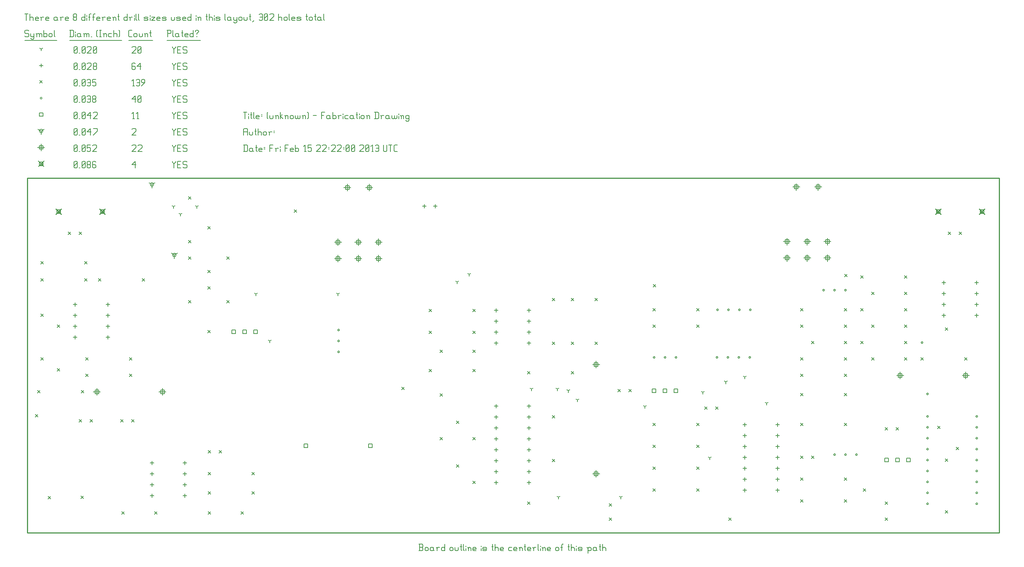
<source format=gbr>
G04 start of page 10 for group -3984 idx -3984 *
G04 Title: (unknown), fab *
G04 Creator: pcb 20110918 *
G04 CreationDate: Fri Feb 15 22:22:00 2013 UTC *
G04 For: fosse *
G04 Format: Gerber/RS-274X *
G04 PCB-Dimensions: 893500 333500 *
G04 PCB-Coordinate-Origin: lower left *
%MOIN*%
%FSLAX25Y25*%
%LNFAB*%
%ADD102C,0.0100*%
%ADD101C,0.0060*%
%ADD100R,0.0080X0.0080*%
%ADD99C,0.0001*%
G54D99*G36*
X833100Y303966D02*X838466Y298600D01*
X837900Y298034D01*
X832534Y303400D01*
X833100Y303966D01*
G37*
G36*
X832534Y298600D02*X837900Y303966D01*
X838466Y303400D01*
X833100Y298034D01*
X832534Y298600D01*
G37*
G54D100*X833900Y302600D02*X837100D01*
X833900D02*Y299400D01*
X837100D01*
Y302600D02*Y299400D01*
G54D99*G36*
X873100Y303966D02*X878466Y298600D01*
X877900Y298034D01*
X872534Y303400D01*
X873100Y303966D01*
G37*
G36*
X872534Y298600D02*X877900Y303966D01*
X878466Y303400D01*
X873100Y298034D01*
X872534Y298600D01*
G37*
G54D100*X873900Y302600D02*X877100D01*
X873900D02*Y299400D01*
X877100D01*
Y302600D02*Y299400D01*
G54D99*G36*
X28600Y303966D02*X33966Y298600D01*
X33400Y298034D01*
X28034Y303400D01*
X28600Y303966D01*
G37*
G36*
X28034Y298600D02*X33400Y303966D01*
X33966Y303400D01*
X28600Y298034D01*
X28034Y298600D01*
G37*
G54D100*X29400Y302600D02*X32600D01*
X29400D02*Y299400D01*
X32600D01*
Y302600D02*Y299400D01*
G54D99*G36*
X68600Y303966D02*X73966Y298600D01*
X73400Y298034D01*
X68034Y303400D01*
X68600Y303966D01*
G37*
G36*
X68034Y298600D02*X73400Y303966D01*
X73966Y303400D01*
X68600Y298034D01*
X68034Y298600D01*
G37*
G54D100*X69400Y302600D02*X72600D01*
X69400D02*Y299400D01*
X72600D01*
Y302600D02*Y299400D01*
G54D99*G36*
X12600Y347716D02*X17966Y342350D01*
X17400Y341784D01*
X12034Y347150D01*
X12600Y347716D01*
G37*
G36*
X12034Y342350D02*X17400Y347716D01*
X17966Y347150D01*
X12600Y341784D01*
X12034Y342350D01*
G37*
G54D100*X13400Y346350D02*X16600D01*
X13400D02*Y343150D01*
X16600D01*
Y346350D02*Y343150D01*
G54D101*X135000Y347000D02*Y346250D01*
X136500Y344750D01*
X138000Y346250D01*
Y347000D02*Y346250D01*
X136500Y344750D02*Y341000D01*
X139800Y344000D02*X142050D01*
X139800Y341000D02*X142800D01*
X139800Y347000D02*Y341000D01*
Y347000D02*X142800D01*
X147600D02*X148350Y346250D01*
X145350Y347000D02*X147600D01*
X144600Y346250D02*X145350Y347000D01*
X144600Y346250D02*Y344750D01*
X145350Y344000D01*
X147600D01*
X148350Y343250D01*
Y341750D01*
X147600Y341000D02*X148350Y341750D01*
X145350Y341000D02*X147600D01*
X144600Y341750D02*X145350Y341000D01*
X98000Y344000D02*X101000Y347000D01*
X98000Y344000D02*X101750D01*
X101000Y347000D02*Y341000D01*
X45000Y341750D02*X45750Y341000D01*
X45000Y346250D02*Y341750D01*
Y346250D02*X45750Y347000D01*
X47250D01*
X48000Y346250D01*
Y341750D01*
X47250Y341000D02*X48000Y341750D01*
X45750Y341000D02*X47250D01*
X45000Y342500D02*X48000Y345500D01*
X49800Y341000D02*X50550D01*
X52350Y341750D02*X53100Y341000D01*
X52350Y346250D02*Y341750D01*
Y346250D02*X53100Y347000D01*
X54600D01*
X55350Y346250D01*
Y341750D01*
X54600Y341000D02*X55350Y341750D01*
X53100Y341000D02*X54600D01*
X52350Y342500D02*X55350Y345500D01*
X57150Y341750D02*X57900Y341000D01*
X57150Y343250D02*Y341750D01*
Y343250D02*X57900Y344000D01*
X59400D01*
X60150Y343250D01*
Y341750D01*
X59400Y341000D02*X60150Y341750D01*
X57900Y341000D02*X59400D01*
X57150Y344750D02*X57900Y344000D01*
X57150Y346250D02*Y344750D01*
Y346250D02*X57900Y347000D01*
X59400D01*
X60150Y346250D01*
Y344750D01*
X59400Y344000D02*X60150Y344750D01*
X64200Y347000D02*X64950Y346250D01*
X62700Y347000D02*X64200D01*
X61950Y346250D02*X62700Y347000D01*
X61950Y346250D02*Y341750D01*
X62700Y341000D01*
X64200Y344000D02*X64950Y343250D01*
X61950Y344000D02*X64200D01*
X62700Y341000D02*X64200D01*
X64950Y341750D01*
Y343250D02*Y341750D01*
X705500Y326700D02*Y320300D01*
X702300Y323500D02*X708700D01*
X703900Y325100D02*X707100D01*
X703900D02*Y321900D01*
X707100D01*
Y325100D02*Y321900D01*
X725500Y326700D02*Y320300D01*
X722300Y323500D02*X728700D01*
X723900Y325100D02*X727100D01*
X723900D02*Y321900D01*
X727100D01*
Y325100D02*Y321900D01*
X715500Y276700D02*Y270300D01*
X712300Y273500D02*X718700D01*
X713900Y275100D02*X717100D01*
X713900D02*Y271900D01*
X717100D01*
Y275100D02*Y271900D01*
X697000Y276700D02*Y270300D01*
X693800Y273500D02*X700200D01*
X695400Y275100D02*X698600D01*
X695400D02*Y271900D01*
X698600D01*
Y275100D02*Y271900D01*
X734000Y276700D02*Y270300D01*
X730800Y273500D02*X737200D01*
X732400Y275100D02*X735600D01*
X732400D02*Y271900D01*
X735600D01*
Y275100D02*Y271900D01*
X697000Y261700D02*Y255300D01*
X693800Y258500D02*X700200D01*
X695400Y260100D02*X698600D01*
X695400D02*Y256900D01*
X698600D01*
Y260100D02*Y256900D01*
X715500Y261700D02*Y255300D01*
X712300Y258500D02*X718700D01*
X713900Y260100D02*X717100D01*
X713900D02*Y256900D01*
X717100D01*
Y260100D02*Y256900D01*
X734000Y261700D02*Y255300D01*
X730800Y258500D02*X737200D01*
X732400Y260100D02*X735600D01*
X732400D02*Y256900D01*
X735600D01*
Y260100D02*Y256900D01*
X522500Y164200D02*Y157800D01*
X519300Y161000D02*X525700D01*
X520900Y162600D02*X524100D01*
X520900D02*Y159400D01*
X524100D01*
Y162600D02*Y159400D01*
X522500Y64200D02*Y57800D01*
X519300Y61000D02*X525700D01*
X520900Y62600D02*X524100D01*
X520900D02*Y59400D01*
X524100D01*
Y62600D02*Y59400D01*
X295000Y326200D02*Y319800D01*
X291800Y323000D02*X298200D01*
X293400Y324600D02*X296600D01*
X293400D02*Y321400D01*
X296600D01*
Y324600D02*Y321400D01*
X315000Y326200D02*Y319800D01*
X311800Y323000D02*X318200D01*
X313400Y324600D02*X316600D01*
X313400D02*Y321400D01*
X316600D01*
Y324600D02*Y321400D01*
X305000Y276200D02*Y269800D01*
X301800Y273000D02*X308200D01*
X303400Y274600D02*X306600D01*
X303400D02*Y271400D01*
X306600D01*
Y274600D02*Y271400D01*
X286500Y276200D02*Y269800D01*
X283300Y273000D02*X289700D01*
X284900Y274600D02*X288100D01*
X284900D02*Y271400D01*
X288100D01*
Y274600D02*Y271400D01*
X323500Y276200D02*Y269800D01*
X320300Y273000D02*X326700D01*
X321900Y274600D02*X325100D01*
X321900D02*Y271400D01*
X325100D01*
Y274600D02*Y271400D01*
X286500Y261200D02*Y254800D01*
X283300Y258000D02*X289700D01*
X284900Y259600D02*X288100D01*
X284900D02*Y256400D01*
X288100D01*
Y259600D02*Y256400D01*
X305000Y261200D02*Y254800D01*
X301800Y258000D02*X308200D01*
X303400Y259600D02*X306600D01*
X303400D02*Y256400D01*
X306600D01*
Y259600D02*Y256400D01*
X323500Y261200D02*Y254800D01*
X320300Y258000D02*X326700D01*
X321900Y259600D02*X325100D01*
X321900D02*Y256400D01*
X325100D01*
Y259600D02*Y256400D01*
X800500Y154200D02*Y147800D01*
X797300Y151000D02*X803700D01*
X798900Y152600D02*X802100D01*
X798900D02*Y149400D01*
X802100D01*
Y152600D02*Y149400D01*
X860500Y154200D02*Y147800D01*
X857300Y151000D02*X863700D01*
X858900Y152600D02*X862100D01*
X858900D02*Y149400D01*
X862100D01*
Y152600D02*Y149400D01*
X66000Y139200D02*Y132800D01*
X62800Y136000D02*X69200D01*
X64400Y137600D02*X67600D01*
X64400D02*Y134400D01*
X67600D01*
Y137600D02*Y134400D01*
X126000Y139200D02*Y132800D01*
X122800Y136000D02*X129200D01*
X124400Y137600D02*X127600D01*
X124400D02*Y134400D01*
X127600D01*
Y137600D02*Y134400D01*
X15000Y362950D02*Y356550D01*
X11800Y359750D02*X18200D01*
X13400Y361350D02*X16600D01*
X13400D02*Y358150D01*
X16600D01*
Y361350D02*Y358150D01*
X135000Y362000D02*Y361250D01*
X136500Y359750D01*
X138000Y361250D01*
Y362000D02*Y361250D01*
X136500Y359750D02*Y356000D01*
X139800Y359000D02*X142050D01*
X139800Y356000D02*X142800D01*
X139800Y362000D02*Y356000D01*
Y362000D02*X142800D01*
X147600D02*X148350Y361250D01*
X145350Y362000D02*X147600D01*
X144600Y361250D02*X145350Y362000D01*
X144600Y361250D02*Y359750D01*
X145350Y359000D01*
X147600D01*
X148350Y358250D01*
Y356750D01*
X147600Y356000D02*X148350Y356750D01*
X145350Y356000D02*X147600D01*
X144600Y356750D02*X145350Y356000D01*
X98000Y361250D02*X98750Y362000D01*
X101000D01*
X101750Y361250D01*
Y359750D01*
X98000Y356000D02*X101750Y359750D01*
X98000Y356000D02*X101750D01*
X103550Y361250D02*X104300Y362000D01*
X106550D01*
X107300Y361250D01*
Y359750D01*
X103550Y356000D02*X107300Y359750D01*
X103550Y356000D02*X107300D01*
X45000Y356750D02*X45750Y356000D01*
X45000Y361250D02*Y356750D01*
Y361250D02*X45750Y362000D01*
X47250D01*
X48000Y361250D01*
Y356750D01*
X47250Y356000D02*X48000Y356750D01*
X45750Y356000D02*X47250D01*
X45000Y357500D02*X48000Y360500D01*
X49800Y356000D02*X50550D01*
X52350Y356750D02*X53100Y356000D01*
X52350Y361250D02*Y356750D01*
Y361250D02*X53100Y362000D01*
X54600D01*
X55350Y361250D01*
Y356750D01*
X54600Y356000D02*X55350Y356750D01*
X53100Y356000D02*X54600D01*
X52350Y357500D02*X55350Y360500D01*
X57150Y362000D02*X60150D01*
X57150D02*Y359000D01*
X57900Y359750D01*
X59400D01*
X60150Y359000D01*
Y356750D01*
X59400Y356000D02*X60150Y356750D01*
X57900Y356000D02*X59400D01*
X57150Y356750D02*X57900Y356000D01*
X61950Y361250D02*X62700Y362000D01*
X64950D01*
X65700Y361250D01*
Y359750D01*
X61950Y356000D02*X65700Y359750D01*
X61950Y356000D02*X65700D01*
X116351Y325795D02*Y322595D01*
Y325795D02*X119124Y327395D01*
X116351Y325795D02*X113578Y327395D01*
X114751Y325795D02*G75*G03X117951Y325795I1600J0D01*G01*
G75*G03X114751Y325795I-1600J0D01*G01*
X136823Y261228D02*Y258028D01*
Y261228D02*X139596Y262828D01*
X136823Y261228D02*X134050Y262828D01*
X135223Y261228D02*G75*G03X138423Y261228I1600J0D01*G01*
G75*G03X135223Y261228I-1600J0D01*G01*
X15000Y374750D02*Y371550D01*
Y374750D02*X17773Y376350D01*
X15000Y374750D02*X12227Y376350D01*
X13400Y374750D02*G75*G03X16600Y374750I1600J0D01*G01*
G75*G03X13400Y374750I-1600J0D01*G01*
X135000Y377000D02*Y376250D01*
X136500Y374750D01*
X138000Y376250D01*
Y377000D02*Y376250D01*
X136500Y374750D02*Y371000D01*
X139800Y374000D02*X142050D01*
X139800Y371000D02*X142800D01*
X139800Y377000D02*Y371000D01*
Y377000D02*X142800D01*
X147600D02*X148350Y376250D01*
X145350Y377000D02*X147600D01*
X144600Y376250D02*X145350Y377000D01*
X144600Y376250D02*Y374750D01*
X145350Y374000D01*
X147600D01*
X148350Y373250D01*
Y371750D01*
X147600Y371000D02*X148350Y371750D01*
X145350Y371000D02*X147600D01*
X144600Y371750D02*X145350Y371000D01*
X98000Y376250D02*X98750Y377000D01*
X101000D01*
X101750Y376250D01*
Y374750D01*
X98000Y371000D02*X101750Y374750D01*
X98000Y371000D02*X101750D01*
X45000Y371750D02*X45750Y371000D01*
X45000Y376250D02*Y371750D01*
Y376250D02*X45750Y377000D01*
X47250D01*
X48000Y376250D01*
Y371750D01*
X47250Y371000D02*X48000Y371750D01*
X45750Y371000D02*X47250D01*
X45000Y372500D02*X48000Y375500D01*
X49800Y371000D02*X50550D01*
X52350Y371750D02*X53100Y371000D01*
X52350Y376250D02*Y371750D01*
Y376250D02*X53100Y377000D01*
X54600D01*
X55350Y376250D01*
Y371750D01*
X54600Y371000D02*X55350Y371750D01*
X53100Y371000D02*X54600D01*
X52350Y372500D02*X55350Y375500D01*
X57150Y374000D02*X60150Y377000D01*
X57150Y374000D02*X60900D01*
X60150Y377000D02*Y371000D01*
X62700D02*X66450Y374750D01*
Y377000D02*Y374750D01*
X62700Y377000D02*X66450D01*
X255373Y88100D02*X258573D01*
X255373D02*Y84900D01*
X258573D01*
Y88100D02*Y84900D01*
X314428Y88100D02*X317628D01*
X314428D02*Y84900D01*
X317628D01*
Y88100D02*Y84900D01*
X209400Y192600D02*X212600D01*
X209400D02*Y189400D01*
X212600D01*
Y192600D02*Y189400D01*
X199400Y192600D02*X202600D01*
X199400D02*Y189400D01*
X202600D01*
Y192600D02*Y189400D01*
X189400Y192600D02*X192600D01*
X189400D02*Y189400D01*
X192600D01*
Y192600D02*Y189400D01*
X593900Y138600D02*X597100D01*
X593900D02*Y135400D01*
X597100D01*
Y138600D02*Y135400D01*
X583900Y138600D02*X587100D01*
X583900D02*Y135400D01*
X587100D01*
Y138600D02*Y135400D01*
X573900Y138600D02*X577100D01*
X573900D02*Y135400D01*
X577100D01*
Y138600D02*Y135400D01*
X806400Y75100D02*X809600D01*
X806400D02*Y71900D01*
X809600D01*
Y75100D02*Y71900D01*
X796400Y75100D02*X799600D01*
X796400D02*Y71900D01*
X799600D01*
Y75100D02*Y71900D01*
X786400Y75100D02*X789600D01*
X786400D02*Y71900D01*
X789600D01*
Y75100D02*Y71900D01*
X13400Y391350D02*X16600D01*
X13400D02*Y388150D01*
X16600D01*
Y391350D02*Y388150D01*
X135000Y392000D02*Y391250D01*
X136500Y389750D01*
X138000Y391250D01*
Y392000D02*Y391250D01*
X136500Y389750D02*Y386000D01*
X139800Y389000D02*X142050D01*
X139800Y386000D02*X142800D01*
X139800Y392000D02*Y386000D01*
Y392000D02*X142800D01*
X147600D02*X148350Y391250D01*
X145350Y392000D02*X147600D01*
X144600Y391250D02*X145350Y392000D01*
X144600Y391250D02*Y389750D01*
X145350Y389000D01*
X147600D01*
X148350Y388250D01*
Y386750D01*
X147600Y386000D02*X148350Y386750D01*
X145350Y386000D02*X147600D01*
X144600Y386750D02*X145350Y386000D01*
X98750D02*X100250D01*
X99500Y392000D02*Y386000D01*
X98000Y390500D02*X99500Y392000D01*
X102800Y386000D02*X104300D01*
X103550Y392000D02*Y386000D01*
X102050Y390500D02*X103550Y392000D01*
X45000Y386750D02*X45750Y386000D01*
X45000Y391250D02*Y386750D01*
Y391250D02*X45750Y392000D01*
X47250D01*
X48000Y391250D01*
Y386750D01*
X47250Y386000D02*X48000Y386750D01*
X45750Y386000D02*X47250D01*
X45000Y387500D02*X48000Y390500D01*
X49800Y386000D02*X50550D01*
X52350Y386750D02*X53100Y386000D01*
X52350Y391250D02*Y386750D01*
Y391250D02*X53100Y392000D01*
X54600D01*
X55350Y391250D01*
Y386750D01*
X54600Y386000D02*X55350Y386750D01*
X53100Y386000D02*X54600D01*
X52350Y387500D02*X55350Y390500D01*
X57150Y389000D02*X60150Y392000D01*
X57150Y389000D02*X60900D01*
X60150Y392000D02*Y386000D01*
X62700Y391250D02*X63450Y392000D01*
X65700D01*
X66450Y391250D01*
Y389750D01*
X62700Y386000D02*X66450Y389750D01*
X62700Y386000D02*X66450D01*
X729700Y229000D02*G75*G03X731300Y229000I800J0D01*G01*
G75*G03X729700Y229000I-800J0D01*G01*
X739700D02*G75*G03X741300Y229000I800J0D01*G01*
G75*G03X739700Y229000I-800J0D01*G01*
X749700D02*G75*G03X751300Y229000I800J0D01*G01*
G75*G03X749700Y229000I-800J0D01*G01*
X632200Y167500D02*G75*G03X633800Y167500I800J0D01*G01*
G75*G03X632200Y167500I-800J0D01*G01*
X642200D02*G75*G03X643800Y167500I800J0D01*G01*
G75*G03X642200Y167500I-800J0D01*G01*
X652200D02*G75*G03X653800Y167500I800J0D01*G01*
G75*G03X652200Y167500I-800J0D01*G01*
X662200D02*G75*G03X663800Y167500I800J0D01*G01*
G75*G03X662200Y167500I-800J0D01*G01*
X824700Y134000D02*G75*G03X826300Y134000I800J0D01*G01*
G75*G03X824700Y134000I-800J0D01*G01*
X819700Y181000D02*G75*G03X821300Y181000I800J0D01*G01*
G75*G03X819700Y181000I-800J0D01*G01*
X869700Y113500D02*G75*G03X871300Y113500I800J0D01*G01*
G75*G03X869700Y113500I-800J0D01*G01*
Y103500D02*G75*G03X871300Y103500I800J0D01*G01*
G75*G03X869700Y103500I-800J0D01*G01*
Y93500D02*G75*G03X871300Y93500I800J0D01*G01*
G75*G03X869700Y93500I-800J0D01*G01*
Y83500D02*G75*G03X871300Y83500I800J0D01*G01*
G75*G03X869700Y83500I-800J0D01*G01*
Y73500D02*G75*G03X871300Y73500I800J0D01*G01*
G75*G03X869700Y73500I-800J0D01*G01*
Y63500D02*G75*G03X871300Y63500I800J0D01*G01*
G75*G03X869700Y63500I-800J0D01*G01*
Y53500D02*G75*G03X871300Y53500I800J0D01*G01*
G75*G03X869700Y53500I-800J0D01*G01*
Y43500D02*G75*G03X871300Y43500I800J0D01*G01*
G75*G03X869700Y43500I-800J0D01*G01*
Y33500D02*G75*G03X871300Y33500I800J0D01*G01*
G75*G03X869700Y33500I-800J0D01*G01*
X574700Y167500D02*G75*G03X576300Y167500I800J0D01*G01*
G75*G03X574700Y167500I-800J0D01*G01*
X584700D02*G75*G03X586300Y167500I800J0D01*G01*
G75*G03X584700Y167500I-800J0D01*G01*
X594700D02*G75*G03X596300Y167500I800J0D01*G01*
G75*G03X594700Y167500I-800J0D01*G01*
X739700Y78500D02*G75*G03X741300Y78500I800J0D01*G01*
G75*G03X739700Y78500I-800J0D01*G01*
X749700D02*G75*G03X751300Y78500I800J0D01*G01*
G75*G03X749700Y78500I-800J0D01*G01*
X759700D02*G75*G03X761300Y78500I800J0D01*G01*
G75*G03X759700Y78500I-800J0D01*G01*
X824700Y113500D02*G75*G03X826300Y113500I800J0D01*G01*
G75*G03X824700Y113500I-800J0D01*G01*
Y103500D02*G75*G03X826300Y103500I800J0D01*G01*
G75*G03X824700Y103500I-800J0D01*G01*
Y93500D02*G75*G03X826300Y93500I800J0D01*G01*
G75*G03X824700Y93500I-800J0D01*G01*
Y83500D02*G75*G03X826300Y83500I800J0D01*G01*
G75*G03X824700Y83500I-800J0D01*G01*
Y73500D02*G75*G03X826300Y73500I800J0D01*G01*
G75*G03X824700Y73500I-800J0D01*G01*
Y63500D02*G75*G03X826300Y63500I800J0D01*G01*
G75*G03X824700Y63500I-800J0D01*G01*
Y53500D02*G75*G03X826300Y53500I800J0D01*G01*
G75*G03X824700Y53500I-800J0D01*G01*
Y43500D02*G75*G03X826300Y43500I800J0D01*G01*
G75*G03X824700Y43500I-800J0D01*G01*
Y33500D02*G75*G03X826300Y33500I800J0D01*G01*
G75*G03X824700Y33500I-800J0D01*G01*
X286200Y192500D02*G75*G03X287800Y192500I800J0D01*G01*
G75*G03X286200Y192500I-800J0D01*G01*
Y182500D02*G75*G03X287800Y182500I800J0D01*G01*
G75*G03X286200Y182500I-800J0D01*G01*
Y172500D02*G75*G03X287800Y172500I800J0D01*G01*
G75*G03X286200Y172500I-800J0D01*G01*
X632700Y211000D02*G75*G03X634300Y211000I800J0D01*G01*
G75*G03X632700Y211000I-800J0D01*G01*
X642700D02*G75*G03X644300Y211000I800J0D01*G01*
G75*G03X642700Y211000I-800J0D01*G01*
X652700D02*G75*G03X654300Y211000I800J0D01*G01*
G75*G03X652700Y211000I-800J0D01*G01*
X662700D02*G75*G03X664300Y211000I800J0D01*G01*
G75*G03X662700Y211000I-800J0D01*G01*
X14200Y404750D02*G75*G03X15800Y404750I800J0D01*G01*
G75*G03X14200Y404750I-800J0D01*G01*
X135000Y407000D02*Y406250D01*
X136500Y404750D01*
X138000Y406250D01*
Y407000D02*Y406250D01*
X136500Y404750D02*Y401000D01*
X139800Y404000D02*X142050D01*
X139800Y401000D02*X142800D01*
X139800Y407000D02*Y401000D01*
Y407000D02*X142800D01*
X147600D02*X148350Y406250D01*
X145350Y407000D02*X147600D01*
X144600Y406250D02*X145350Y407000D01*
X144600Y406250D02*Y404750D01*
X145350Y404000D01*
X147600D01*
X148350Y403250D01*
Y401750D01*
X147600Y401000D02*X148350Y401750D01*
X145350Y401000D02*X147600D01*
X144600Y401750D02*X145350Y401000D01*
X98000Y404000D02*X101000Y407000D01*
X98000Y404000D02*X101750D01*
X101000Y407000D02*Y401000D01*
X103550Y401750D02*X104300Y401000D01*
X103550Y406250D02*Y401750D01*
Y406250D02*X104300Y407000D01*
X105800D01*
X106550Y406250D01*
Y401750D01*
X105800Y401000D02*X106550Y401750D01*
X104300Y401000D02*X105800D01*
X103550Y402500D02*X106550Y405500D01*
X45000Y401750D02*X45750Y401000D01*
X45000Y406250D02*Y401750D01*
Y406250D02*X45750Y407000D01*
X47250D01*
X48000Y406250D01*
Y401750D01*
X47250Y401000D02*X48000Y401750D01*
X45750Y401000D02*X47250D01*
X45000Y402500D02*X48000Y405500D01*
X49800Y401000D02*X50550D01*
X52350Y401750D02*X53100Y401000D01*
X52350Y406250D02*Y401750D01*
Y406250D02*X53100Y407000D01*
X54600D01*
X55350Y406250D01*
Y401750D01*
X54600Y401000D02*X55350Y401750D01*
X53100Y401000D02*X54600D01*
X52350Y402500D02*X55350Y405500D01*
X57150Y406250D02*X57900Y407000D01*
X59400D01*
X60150Y406250D01*
Y401750D01*
X59400Y401000D02*X60150Y401750D01*
X57900Y401000D02*X59400D01*
X57150Y401750D02*X57900Y401000D01*
Y404000D02*X60150D01*
X61950Y401750D02*X62700Y401000D01*
X61950Y403250D02*Y401750D01*
Y403250D02*X62700Y404000D01*
X64200D01*
X64950Y403250D01*
Y401750D01*
X64200Y401000D02*X64950Y401750D01*
X62700Y401000D02*X64200D01*
X61950Y404750D02*X62700Y404000D01*
X61950Y406250D02*Y404750D01*
Y406250D02*X62700Y407000D01*
X64200D01*
X64950Y406250D01*
Y404750D01*
X64200Y404000D02*X64950Y404750D01*
X774300Y227200D02*X776700Y224800D01*
X774300D02*X776700Y227200D01*
X804300D02*X806700Y224800D01*
X804300D02*X806700Y227200D01*
X574300Y107200D02*X576700Y104800D01*
X574300D02*X576700Y107200D01*
X614300D02*X616700Y104800D01*
X614300D02*X616700Y107200D01*
X709300Y37200D02*X711700Y34800D01*
X709300D02*X711700Y37200D01*
X749300D02*X751700Y34800D01*
X749300D02*X751700Y37200D01*
X167800Y26200D02*X170200Y23800D01*
X167800D02*X170200Y26200D01*
X197800D02*X200200Y23800D01*
X197800D02*X200200Y26200D01*
X709300Y197200D02*X711700Y194800D01*
X709300D02*X711700Y197200D01*
X749300D02*X751700Y194800D01*
X749300D02*X751700Y197200D01*
X709300Y77200D02*X711700Y74800D01*
X709300D02*X711700Y77200D01*
X719300D02*X721700Y74800D01*
X719300D02*X721700Y77200D01*
X709300Y134700D02*X711700Y132300D01*
X709300D02*X711700Y134700D01*
X749300D02*X751700Y132300D01*
X749300D02*X751700Y134700D01*
X764300Y212200D02*X766700Y209800D01*
X764300D02*X766700Y212200D01*
X804300D02*X806700Y209800D01*
X804300D02*X806700Y212200D01*
X621800Y122200D02*X624200Y119800D01*
X621800D02*X624200Y122200D01*
X631800D02*X634200Y119800D01*
X631800D02*X634200Y122200D01*
X167800Y62200D02*X170200Y59800D01*
X167800D02*X170200Y62200D01*
X207800D02*X210200Y59800D01*
X207800D02*X210200Y62200D01*
X167800Y44700D02*X170200Y42300D01*
X167800D02*X170200Y44700D01*
X207800D02*X210200Y42300D01*
X207800D02*X210200Y44700D01*
X409800Y94200D02*X412200Y91800D01*
X409800D02*X412200Y94200D01*
X409800Y54200D02*X412200Y51800D01*
X409800D02*X412200Y54200D01*
X786800Y103200D02*X789200Y100800D01*
X786800D02*X789200Y103200D01*
X796800D02*X799200Y100800D01*
X796800D02*X799200Y103200D01*
X709300Y212200D02*X711700Y209800D01*
X709300D02*X711700Y212200D01*
X749300D02*X751700Y209800D01*
X749300D02*X751700Y212200D01*
X167800Y82200D02*X170200Y79800D01*
X167800D02*X170200Y82200D01*
X177800D02*X180200Y79800D01*
X177800D02*X180200Y82200D01*
X819300Y167200D02*X821700Y164800D01*
X819300D02*X821700Y167200D01*
X859300D02*X861700Y164800D01*
X859300D02*X861700Y167200D01*
X774300D02*X776700Y164800D01*
X774300D02*X776700Y167200D01*
X804300D02*X806700Y164800D01*
X804300D02*X806700Y167200D01*
X574300Y87200D02*X576700Y84800D01*
X574300D02*X576700Y87200D01*
X614300D02*X616700Y84800D01*
X614300D02*X616700Y87200D01*
X764300Y182200D02*X766700Y179800D01*
X764300D02*X766700Y182200D01*
X804300D02*X806700Y179800D01*
X804300D02*X806700Y182200D01*
X709300Y167200D02*X711700Y164800D01*
X709300D02*X711700Y167200D01*
X749300D02*X751700Y164800D01*
X749300D02*X751700Y167200D01*
X774300Y197200D02*X776700Y194800D01*
X774300D02*X776700Y197200D01*
X804300D02*X806700Y194800D01*
X804300D02*X806700Y197200D01*
X709300Y107200D02*X711700Y104800D01*
X709300D02*X711700Y107200D01*
X749300D02*X751700Y104800D01*
X749300D02*X751700Y107200D01*
X709300Y152200D02*X711700Y149800D01*
X709300D02*X711700Y152200D01*
X749300D02*X751700Y149800D01*
X749300D02*X751700Y152200D01*
X574300Y67200D02*X576700Y64800D01*
X574300D02*X576700Y67200D01*
X614300D02*X616700Y64800D01*
X614300D02*X616700Y67200D01*
X719300Y182200D02*X721700Y179800D01*
X719300D02*X721700Y182200D01*
X749300D02*X751700Y179800D01*
X749300D02*X751700Y182200D01*
X764300Y242200D02*X766700Y239800D01*
X764300D02*X766700Y242200D01*
X804300D02*X806700Y239800D01*
X804300D02*X806700Y242200D01*
X67300Y239700D02*X69700Y237300D01*
X67300D02*X69700Y239700D01*
X107300D02*X109700Y237300D01*
X107300D02*X109700Y239700D01*
X14800Y255200D02*X17200Y252800D01*
X14800D02*X17200Y255200D01*
X54800D02*X57200Y252800D01*
X54800D02*X57200Y255200D01*
X14800Y239700D02*X17200Y237300D01*
X14800D02*X17200Y239700D01*
X54800D02*X57200Y237300D01*
X54800D02*X57200Y239700D01*
X574300Y212200D02*X576700Y209800D01*
X574300D02*X576700Y212200D01*
X614300D02*X616700Y209800D01*
X614300D02*X616700Y212200D01*
X709300Y57200D02*X711700Y54800D01*
X709300D02*X711700Y57200D01*
X749300D02*X751700Y54800D01*
X749300D02*X751700Y57200D01*
X574300Y47200D02*X576700Y44800D01*
X574300D02*X576700Y47200D01*
X614300D02*X616700Y44800D01*
X614300D02*X616700Y47200D01*
X369800Y156700D02*X372200Y154300D01*
X369800D02*X372200Y156700D01*
X409800D02*X412200Y154300D01*
X409800D02*X412200Y156700D01*
X521300Y221700D02*X523700Y219300D01*
X521300D02*X523700Y221700D01*
X521300Y181700D02*X523700Y179300D01*
X521300D02*X523700Y181700D01*
X379800Y134200D02*X382200Y131800D01*
X379800D02*X382200Y134200D01*
X379800Y94200D02*X382200Y91800D01*
X379800D02*X382200Y94200D01*
X394800Y109200D02*X397200Y106800D01*
X394800D02*X397200Y109200D01*
X394800Y69200D02*X397200Y66800D01*
X394800D02*X397200Y69200D01*
X482300Y114200D02*X484700Y111800D01*
X482300D02*X484700Y114200D01*
X482300Y74200D02*X484700Y71800D01*
X482300D02*X484700Y74200D01*
X369800Y191700D02*X372200Y189300D01*
X369800D02*X372200Y191700D01*
X409800D02*X412200Y189300D01*
X409800D02*X412200Y191700D01*
X379800Y174200D02*X382200Y171800D01*
X379800D02*X382200Y174200D01*
X409800D02*X412200Y171800D01*
X409800D02*X412200Y174200D01*
X459800Y154700D02*X462200Y152300D01*
X459800D02*X462200Y154700D01*
X499800D02*X502200Y152300D01*
X499800D02*X502200Y154700D01*
X369800Y211700D02*X372200Y209300D01*
X369800D02*X372200Y211700D01*
X409800D02*X412200Y209300D01*
X409800D02*X412200Y211700D01*
X574300Y197200D02*X576700Y194800D01*
X574300D02*X576700Y197200D01*
X614300D02*X616700Y194800D01*
X614300D02*X616700Y197200D01*
X542300Y138200D02*X544700Y135800D01*
X542300D02*X544700Y138200D01*
X552300D02*X554700Y135800D01*
X552300D02*X554700Y138200D01*
X14800Y207200D02*X17200Y204800D01*
X14800D02*X17200Y207200D01*
X14800Y167200D02*X17200Y164800D01*
X14800D02*X17200Y167200D01*
X29800Y197200D02*X32200Y194800D01*
X29800D02*X32200Y197200D01*
X29800Y157200D02*X32200Y154800D01*
X29800D02*X32200Y157200D01*
X55800Y167200D02*X58200Y164800D01*
X55800D02*X58200Y167200D01*
X95800D02*X98200Y164800D01*
X95800D02*X98200Y167200D01*
X55800Y152200D02*X58200Y149800D01*
X55800D02*X58200Y152200D01*
X95800D02*X98200Y149800D01*
X95800D02*X98200Y152200D01*
X11800Y137200D02*X14200Y134800D01*
X11800D02*X14200Y137200D01*
X51800D02*X54200Y134800D01*
X51800D02*X54200Y137200D01*
X88800Y26200D02*X91200Y23800D01*
X88800D02*X91200Y26200D01*
X118800D02*X121200Y23800D01*
X118800D02*X121200Y26200D01*
X167300Y192200D02*X169700Y189800D01*
X167300D02*X169700Y192200D01*
X167300Y232200D02*X169700Y229800D01*
X167300D02*X169700Y232200D01*
X184800Y259700D02*X187200Y257300D01*
X184800D02*X187200Y259700D01*
X184800Y219700D02*X187200Y217300D01*
X184800D02*X187200Y219700D01*
X167300Y287200D02*X169700Y284800D01*
X167300D02*X169700Y287200D01*
X167300Y247200D02*X169700Y244800D01*
X167300D02*X169700Y247200D01*
X149800Y314700D02*X152200Y312300D01*
X149800D02*X152200Y314700D01*
X149800Y274700D02*X152200Y272300D01*
X149800D02*X152200Y274700D01*
X149800Y259700D02*X152200Y257300D01*
X149800D02*X152200Y259700D01*
X149800Y219700D02*X152200Y217300D01*
X149800D02*X152200Y219700D01*
X499800Y221700D02*X502200Y219300D01*
X499800D02*X502200Y221700D01*
X499800Y181700D02*X502200Y179300D01*
X499800D02*X502200Y181700D01*
X482300Y221700D02*X484700Y219300D01*
X482300D02*X484700Y221700D01*
X482300Y181700D02*X484700Y179300D01*
X482300D02*X484700Y181700D01*
X844300Y282200D02*X846700Y279800D01*
X844300D02*X846700Y282200D01*
X854300D02*X856700Y279800D01*
X854300D02*X856700Y282200D01*
X39800D02*X42200Y279800D01*
X39800D02*X42200Y282200D01*
X49800D02*X52200Y279800D01*
X49800D02*X52200Y282200D01*
X49800Y110700D02*X52200Y108300D01*
X49800D02*X52200Y110700D01*
X59800D02*X62200Y108300D01*
X59800D02*X62200Y110700D01*
X87800D02*X90200Y108300D01*
X87800D02*X90200Y110700D01*
X97800D02*X100200Y108300D01*
X97800D02*X100200Y110700D01*
X51300Y40700D02*X53700Y38300D01*
X51300D02*X53700Y40700D01*
X21378Y40307D02*X23778Y37907D01*
X21378D02*X23778Y40307D01*
X841800Y74700D02*X844200Y72300D01*
X841800D02*X844200Y74700D01*
X841800Y194700D02*X844200Y192300D01*
X841800D02*X844200Y194700D01*
X841800Y27200D02*X844200Y24800D01*
X841800D02*X844200Y27200D01*
X851800Y85200D02*X854200Y82800D01*
X851800D02*X854200Y85200D01*
X9800Y115200D02*X12200Y112800D01*
X9800D02*X12200Y115200D01*
X643800Y20700D02*X646200Y18300D01*
X643800D02*X646200Y20700D01*
X246300Y302700D02*X248700Y300300D01*
X246300D02*X248700Y302700D01*
X534300Y20700D02*X536700Y18300D01*
X534300D02*X536700Y20700D01*
X834800Y104700D02*X837200Y102300D01*
X834800D02*X837200Y104700D01*
X534300Y33700D02*X536700Y31300D01*
X534300D02*X536700Y33700D01*
X786800Y35200D02*X789200Y32800D01*
X786800D02*X789200Y35200D01*
X786800Y20700D02*X789200Y18300D01*
X786800D02*X789200Y20700D01*
X766800Y47200D02*X769200Y44800D01*
X766800D02*X769200Y47200D01*
X344800Y140200D02*X347200Y137800D01*
X344800D02*X347200Y140200D01*
X749800Y243700D02*X752200Y241300D01*
X749800D02*X752200Y243700D01*
X574800Y234200D02*X577200Y231800D01*
X574800D02*X577200Y234200D01*
X459800Y35200D02*X462200Y32800D01*
X459800D02*X462200Y35200D01*
X13800Y420950D02*X16200Y418550D01*
X13800D02*X16200Y420950D01*
X135000Y422000D02*Y421250D01*
X136500Y419750D01*
X138000Y421250D01*
Y422000D02*Y421250D01*
X136500Y419750D02*Y416000D01*
X139800Y419000D02*X142050D01*
X139800Y416000D02*X142800D01*
X139800Y422000D02*Y416000D01*
Y422000D02*X142800D01*
X147600D02*X148350Y421250D01*
X145350Y422000D02*X147600D01*
X144600Y421250D02*X145350Y422000D01*
X144600Y421250D02*Y419750D01*
X145350Y419000D01*
X147600D01*
X148350Y418250D01*
Y416750D01*
X147600Y416000D02*X148350Y416750D01*
X145350Y416000D02*X147600D01*
X144600Y416750D02*X145350Y416000D01*
X98750D02*X100250D01*
X99500Y422000D02*Y416000D01*
X98000Y420500D02*X99500Y422000D01*
X102050Y421250D02*X102800Y422000D01*
X104300D01*
X105050Y421250D01*
Y416750D01*
X104300Y416000D02*X105050Y416750D01*
X102800Y416000D02*X104300D01*
X102050Y416750D02*X102800Y416000D01*
Y419000D02*X105050D01*
X106850Y416000D02*X109850Y419000D01*
Y421250D02*Y419000D01*
X109100Y422000D02*X109850Y421250D01*
X107600Y422000D02*X109100D01*
X106850Y421250D02*X107600Y422000D01*
X106850Y421250D02*Y419750D01*
X107600Y419000D01*
X109850D01*
X45000Y416750D02*X45750Y416000D01*
X45000Y421250D02*Y416750D01*
Y421250D02*X45750Y422000D01*
X47250D01*
X48000Y421250D01*
Y416750D01*
X47250Y416000D02*X48000Y416750D01*
X45750Y416000D02*X47250D01*
X45000Y417500D02*X48000Y420500D01*
X49800Y416000D02*X50550D01*
X52350Y416750D02*X53100Y416000D01*
X52350Y421250D02*Y416750D01*
Y421250D02*X53100Y422000D01*
X54600D01*
X55350Y421250D01*
Y416750D01*
X54600Y416000D02*X55350Y416750D01*
X53100Y416000D02*X54600D01*
X52350Y417500D02*X55350Y420500D01*
X57150Y421250D02*X57900Y422000D01*
X59400D01*
X60150Y421250D01*
Y416750D01*
X59400Y416000D02*X60150Y416750D01*
X57900Y416000D02*X59400D01*
X57150Y416750D02*X57900Y416000D01*
Y419000D02*X60150D01*
X61950Y422000D02*X64950D01*
X61950D02*Y419000D01*
X62700Y419750D01*
X64200D01*
X64950Y419000D01*
Y416750D01*
X64200Y416000D02*X64950Y416750D01*
X62700Y416000D02*X64200D01*
X61950Y416750D02*X62700Y416000D01*
X375500Y307600D02*Y304400D01*
X373900Y306000D02*X377100D01*
X365500Y307600D02*Y304400D01*
X363900Y306000D02*X367100D01*
X46000Y217600D02*Y214400D01*
X44400Y216000D02*X47600D01*
X46000Y207600D02*Y204400D01*
X44400Y206000D02*X47600D01*
X46000Y197600D02*Y194400D01*
X44400Y196000D02*X47600D01*
X46000Y187600D02*Y184400D01*
X44400Y186000D02*X47600D01*
X76000Y187600D02*Y184400D01*
X74400Y186000D02*X77600D01*
X76000Y197600D02*Y194400D01*
X74400Y196000D02*X77600D01*
X76000Y207600D02*Y204400D01*
X74400Y206000D02*X77600D01*
X76000Y217600D02*Y214400D01*
X74400Y216000D02*X77600D01*
X116500Y72600D02*Y69400D01*
X114900Y71000D02*X118100D01*
X116500Y62600D02*Y59400D01*
X114900Y61000D02*X118100D01*
X116500Y52600D02*Y49400D01*
X114900Y51000D02*X118100D01*
X116500Y42600D02*Y39400D01*
X114900Y41000D02*X118100D01*
X146500Y42600D02*Y39400D01*
X144900Y41000D02*X148100D01*
X146500Y52600D02*Y49400D01*
X144900Y51000D02*X148100D01*
X146500Y62600D02*Y59400D01*
X144900Y61000D02*X148100D01*
X146500Y72600D02*Y69400D01*
X144900Y71000D02*X148100D01*
X431000Y212100D02*Y208900D01*
X429400Y210500D02*X432600D01*
X431000Y202100D02*Y198900D01*
X429400Y200500D02*X432600D01*
X431000Y192100D02*Y188900D01*
X429400Y190500D02*X432600D01*
X431000Y182100D02*Y178900D01*
X429400Y180500D02*X432600D01*
X461000Y182100D02*Y178900D01*
X459400Y180500D02*X462600D01*
X461000Y192100D02*Y188900D01*
X459400Y190500D02*X462600D01*
X461000Y202100D02*Y198900D01*
X459400Y200500D02*X462600D01*
X461000Y212100D02*Y208900D01*
X459400Y210500D02*X462600D01*
X431000Y124600D02*Y121400D01*
X429400Y123000D02*X432600D01*
X431000Y114600D02*Y111400D01*
X429400Y113000D02*X432600D01*
X431000Y104600D02*Y101400D01*
X429400Y103000D02*X432600D01*
X431000Y94600D02*Y91400D01*
X429400Y93000D02*X432600D01*
X431000Y84600D02*Y81400D01*
X429400Y83000D02*X432600D01*
X431000Y74600D02*Y71400D01*
X429400Y73000D02*X432600D01*
X431000Y64600D02*Y61400D01*
X429400Y63000D02*X432600D01*
X431000Y54600D02*Y51400D01*
X429400Y53000D02*X432600D01*
X461000Y54600D02*Y51400D01*
X459400Y53000D02*X462600D01*
X461000Y64600D02*Y61400D01*
X459400Y63000D02*X462600D01*
X461000Y74600D02*Y71400D01*
X459400Y73000D02*X462600D01*
X461000Y84600D02*Y81400D01*
X459400Y83000D02*X462600D01*
X461000Y94600D02*Y91400D01*
X459400Y93000D02*X462600D01*
X461000Y104600D02*Y101400D01*
X459400Y103000D02*X462600D01*
X461000Y114600D02*Y111400D01*
X459400Y113000D02*X462600D01*
X461000Y124600D02*Y121400D01*
X459400Y123000D02*X462600D01*
X658500Y107600D02*Y104400D01*
X656900Y106000D02*X660100D01*
X658500Y97600D02*Y94400D01*
X656900Y96000D02*X660100D01*
X658500Y87600D02*Y84400D01*
X656900Y86000D02*X660100D01*
X658500Y77600D02*Y74400D01*
X656900Y76000D02*X660100D01*
X658500Y67600D02*Y64400D01*
X656900Y66000D02*X660100D01*
X658500Y57600D02*Y54400D01*
X656900Y56000D02*X660100D01*
X658500Y47600D02*Y44400D01*
X656900Y46000D02*X660100D01*
X688500Y47600D02*Y44400D01*
X686900Y46000D02*X690100D01*
X688500Y57600D02*Y54400D01*
X686900Y56000D02*X690100D01*
X688500Y67600D02*Y64400D01*
X686900Y66000D02*X690100D01*
X688500Y77600D02*Y74400D01*
X686900Y76000D02*X690100D01*
X688500Y87600D02*Y84400D01*
X686900Y86000D02*X690100D01*
X688500Y97600D02*Y94400D01*
X686900Y96000D02*X690100D01*
X688500Y107600D02*Y104400D01*
X686900Y106000D02*X690100D01*
X840500Y237600D02*Y234400D01*
X838900Y236000D02*X842100D01*
X840500Y227600D02*Y224400D01*
X838900Y226000D02*X842100D01*
X840500Y217600D02*Y214400D01*
X838900Y216000D02*X842100D01*
X840500Y207600D02*Y204400D01*
X838900Y206000D02*X842100D01*
X870500Y207600D02*Y204400D01*
X868900Y206000D02*X872100D01*
X870500Y217600D02*Y214400D01*
X868900Y216000D02*X872100D01*
X870500Y227600D02*Y224400D01*
X868900Y226000D02*X872100D01*
X870500Y237600D02*Y234400D01*
X868900Y236000D02*X872100D01*
X15000Y436350D02*Y433150D01*
X13400Y434750D02*X16600D01*
X135000Y437000D02*Y436250D01*
X136500Y434750D01*
X138000Y436250D01*
Y437000D02*Y436250D01*
X136500Y434750D02*Y431000D01*
X139800Y434000D02*X142050D01*
X139800Y431000D02*X142800D01*
X139800Y437000D02*Y431000D01*
Y437000D02*X142800D01*
X147600D02*X148350Y436250D01*
X145350Y437000D02*X147600D01*
X144600Y436250D02*X145350Y437000D01*
X144600Y436250D02*Y434750D01*
X145350Y434000D01*
X147600D01*
X148350Y433250D01*
Y431750D01*
X147600Y431000D02*X148350Y431750D01*
X145350Y431000D02*X147600D01*
X144600Y431750D02*X145350Y431000D01*
X100250Y437000D02*X101000Y436250D01*
X98750Y437000D02*X100250D01*
X98000Y436250D02*X98750Y437000D01*
X98000Y436250D02*Y431750D01*
X98750Y431000D01*
X100250Y434000D02*X101000Y433250D01*
X98000Y434000D02*X100250D01*
X98750Y431000D02*X100250D01*
X101000Y431750D01*
Y433250D02*Y431750D01*
X102800Y434000D02*X105800Y437000D01*
X102800Y434000D02*X106550D01*
X105800Y437000D02*Y431000D01*
X45000Y431750D02*X45750Y431000D01*
X45000Y436250D02*Y431750D01*
Y436250D02*X45750Y437000D01*
X47250D01*
X48000Y436250D01*
Y431750D01*
X47250Y431000D02*X48000Y431750D01*
X45750Y431000D02*X47250D01*
X45000Y432500D02*X48000Y435500D01*
X49800Y431000D02*X50550D01*
X52350Y431750D02*X53100Y431000D01*
X52350Y436250D02*Y431750D01*
Y436250D02*X53100Y437000D01*
X54600D01*
X55350Y436250D01*
Y431750D01*
X54600Y431000D02*X55350Y431750D01*
X53100Y431000D02*X54600D01*
X52350Y432500D02*X55350Y435500D01*
X57150Y436250D02*X57900Y437000D01*
X60150D01*
X60900Y436250D01*
Y434750D01*
X57150Y431000D02*X60900Y434750D01*
X57150Y431000D02*X60900D01*
X62700Y431750D02*X63450Y431000D01*
X62700Y433250D02*Y431750D01*
Y433250D02*X63450Y434000D01*
X64950D01*
X65700Y433250D01*
Y431750D01*
X64950Y431000D02*X65700Y431750D01*
X63450Y431000D02*X64950D01*
X62700Y434750D02*X63450Y434000D01*
X62700Y436250D02*Y434750D01*
Y436250D02*X63450Y437000D01*
X64950D01*
X65700Y436250D01*
Y434750D01*
X64950Y434000D02*X65700Y434750D01*
X157500Y305500D02*Y303900D01*
Y305500D02*X158887Y306300D01*
X157500Y305500D02*X156113Y306300D01*
X136000Y305500D02*Y303900D01*
Y305500D02*X137387Y306300D01*
X136000Y305500D02*X134613Y306300D01*
X142500Y298500D02*Y296900D01*
Y298500D02*X143887Y299300D01*
X142500Y298500D02*X141113Y299300D01*
X211500Y225500D02*Y223900D01*
Y225500D02*X212887Y226300D01*
X211500Y225500D02*X210113Y226300D01*
X487000Y138500D02*Y136900D01*
Y138500D02*X488387Y139300D01*
X487000Y138500D02*X485613Y139300D01*
X641000Y145000D02*Y143400D01*
Y145000D02*X642387Y145800D01*
X641000Y145000D02*X639613Y145800D01*
X286500Y225500D02*Y223900D01*
Y225500D02*X287887Y226300D01*
X286500Y225500D02*X285113Y226300D01*
X497000Y137000D02*Y135400D01*
Y137000D02*X498387Y137800D01*
X497000Y137000D02*X495613Y137800D01*
X505500Y128500D02*Y126900D01*
Y128500D02*X506887Y129300D01*
X505500Y128500D02*X504113Y129300D01*
X620000Y135500D02*Y133900D01*
Y135500D02*X621387Y136300D01*
X620000Y135500D02*X618613Y136300D01*
X395500Y236500D02*Y234900D01*
Y236500D02*X396887Y237300D01*
X395500Y236500D02*X394113Y237300D01*
X567000Y122500D02*Y120900D01*
Y122500D02*X568387Y123300D01*
X567000Y122500D02*X565613Y123300D01*
X488000Y39500D02*Y37900D01*
Y39500D02*X489387Y40300D01*
X488000Y39500D02*X486613Y40300D01*
X545000Y39500D02*Y37900D01*
Y39500D02*X546387Y40300D01*
X545000Y39500D02*X543613Y40300D01*
X463500Y138500D02*Y136900D01*
Y138500D02*X464887Y139300D01*
X463500Y138500D02*X462113Y139300D01*
X406500Y243500D02*Y241900D01*
Y243500D02*X407887Y244300D01*
X406500Y243500D02*X405113Y244300D01*
X224000Y182500D02*Y180900D01*
Y182500D02*X225387Y183300D01*
X224000Y182500D02*X222613Y183300D01*
X626500Y75500D02*Y73900D01*
Y75500D02*X627887Y76300D01*
X626500Y75500D02*X625113Y76300D01*
X678500Y125500D02*Y123900D01*
Y125500D02*X679887Y126300D01*
X678500Y125500D02*X677113Y126300D01*
X658500Y149500D02*Y147900D01*
Y149500D02*X659887Y150300D01*
X658500Y149500D02*X657113Y150300D01*
X15000Y449750D02*Y448150D01*
Y449750D02*X16387Y450550D01*
X15000Y449750D02*X13613Y450550D01*
X135000Y452000D02*Y451250D01*
X136500Y449750D01*
X138000Y451250D01*
Y452000D02*Y451250D01*
X136500Y449750D02*Y446000D01*
X139800Y449000D02*X142050D01*
X139800Y446000D02*X142800D01*
X139800Y452000D02*Y446000D01*
Y452000D02*X142800D01*
X147600D02*X148350Y451250D01*
X145350Y452000D02*X147600D01*
X144600Y451250D02*X145350Y452000D01*
X144600Y451250D02*Y449750D01*
X145350Y449000D01*
X147600D01*
X148350Y448250D01*
Y446750D01*
X147600Y446000D02*X148350Y446750D01*
X145350Y446000D02*X147600D01*
X144600Y446750D02*X145350Y446000D01*
X98000Y451250D02*X98750Y452000D01*
X101000D01*
X101750Y451250D01*
Y449750D01*
X98000Y446000D02*X101750Y449750D01*
X98000Y446000D02*X101750D01*
X103550Y446750D02*X104300Y446000D01*
X103550Y451250D02*Y446750D01*
Y451250D02*X104300Y452000D01*
X105800D01*
X106550Y451250D01*
Y446750D01*
X105800Y446000D02*X106550Y446750D01*
X104300Y446000D02*X105800D01*
X103550Y447500D02*X106550Y450500D01*
X45000Y446750D02*X45750Y446000D01*
X45000Y451250D02*Y446750D01*
Y451250D02*X45750Y452000D01*
X47250D01*
X48000Y451250D01*
Y446750D01*
X47250Y446000D02*X48000Y446750D01*
X45750Y446000D02*X47250D01*
X45000Y447500D02*X48000Y450500D01*
X49800Y446000D02*X50550D01*
X52350Y446750D02*X53100Y446000D01*
X52350Y451250D02*Y446750D01*
Y451250D02*X53100Y452000D01*
X54600D01*
X55350Y451250D01*
Y446750D01*
X54600Y446000D02*X55350Y446750D01*
X53100Y446000D02*X54600D01*
X52350Y447500D02*X55350Y450500D01*
X57150Y451250D02*X57900Y452000D01*
X60150D01*
X60900Y451250D01*
Y449750D01*
X57150Y446000D02*X60900Y449750D01*
X57150Y446000D02*X60900D01*
X62700Y446750D02*X63450Y446000D01*
X62700Y451250D02*Y446750D01*
Y451250D02*X63450Y452000D01*
X64950D01*
X65700Y451250D01*
Y446750D01*
X64950Y446000D02*X65700Y446750D01*
X63450Y446000D02*X64950D01*
X62700Y447500D02*X65700Y450500D01*
X3000Y467000D02*X3750Y466250D01*
X750Y467000D02*X3000D01*
X0Y466250D02*X750Y467000D01*
X0Y466250D02*Y464750D01*
X750Y464000D01*
X3000D01*
X3750Y463250D01*
Y461750D01*
X3000Y461000D02*X3750Y461750D01*
X750Y461000D02*X3000D01*
X0Y461750D02*X750Y461000D01*
X5550Y464000D02*Y461750D01*
X6300Y461000D01*
X8550Y464000D02*Y459500D01*
X7800Y458750D02*X8550Y459500D01*
X6300Y458750D02*X7800D01*
X5550Y459500D02*X6300Y458750D01*
Y461000D02*X7800D01*
X8550Y461750D01*
X11100Y463250D02*Y461000D01*
Y463250D02*X11850Y464000D01*
X12600D01*
X13350Y463250D01*
Y461000D01*
Y463250D02*X14100Y464000D01*
X14850D01*
X15600Y463250D01*
Y461000D01*
X10350Y464000D02*X11100Y463250D01*
X17400Y467000D02*Y461000D01*
Y461750D02*X18150Y461000D01*
X19650D01*
X20400Y461750D01*
Y463250D02*Y461750D01*
X19650Y464000D02*X20400Y463250D01*
X18150Y464000D02*X19650D01*
X17400Y463250D02*X18150Y464000D01*
X22200Y463250D02*Y461750D01*
Y463250D02*X22950Y464000D01*
X24450D01*
X25200Y463250D01*
Y461750D01*
X24450Y461000D02*X25200Y461750D01*
X22950Y461000D02*X24450D01*
X22200Y461750D02*X22950Y461000D01*
X27000Y467000D02*Y461750D01*
X27750Y461000D01*
X0Y457750D02*X29250D01*
X41750Y467000D02*Y461000D01*
X44000Y467000D02*X44750Y466250D01*
Y461750D01*
X44000Y461000D02*X44750Y461750D01*
X41000Y461000D02*X44000D01*
X41000Y467000D02*X44000D01*
X46550Y465500D02*Y464750D01*
Y463250D02*Y461000D01*
X50300Y464000D02*X51050Y463250D01*
X48800Y464000D02*X50300D01*
X48050Y463250D02*X48800Y464000D01*
X48050Y463250D02*Y461750D01*
X48800Y461000D01*
X51050Y464000D02*Y461750D01*
X51800Y461000D01*
X48800D02*X50300D01*
X51050Y461750D01*
X54350Y463250D02*Y461000D01*
Y463250D02*X55100Y464000D01*
X55850D01*
X56600Y463250D01*
Y461000D01*
Y463250D02*X57350Y464000D01*
X58100D01*
X58850Y463250D01*
Y461000D01*
X53600Y464000D02*X54350Y463250D01*
X60650Y461000D02*X61400D01*
X65900Y461750D02*X66650Y461000D01*
X65900Y466250D02*X66650Y467000D01*
X65900Y466250D02*Y461750D01*
X68450Y467000D02*X69950D01*
X69200D02*Y461000D01*
X68450D02*X69950D01*
X72500Y463250D02*Y461000D01*
Y463250D02*X73250Y464000D01*
X74000D01*
X74750Y463250D01*
Y461000D01*
X71750Y464000D02*X72500Y463250D01*
X77300Y464000D02*X79550D01*
X76550Y463250D02*X77300Y464000D01*
X76550Y463250D02*Y461750D01*
X77300Y461000D01*
X79550D01*
X81350Y467000D02*Y461000D01*
Y463250D02*X82100Y464000D01*
X83600D01*
X84350Y463250D01*
Y461000D01*
X86150Y467000D02*X86900Y466250D01*
Y461750D01*
X86150Y461000D02*X86900Y461750D01*
X41000Y457750D02*X88700D01*
X95750Y461000D02*X98000D01*
X95000Y461750D02*X95750Y461000D01*
X95000Y466250D02*Y461750D01*
Y466250D02*X95750Y467000D01*
X98000D01*
X99800Y463250D02*Y461750D01*
Y463250D02*X100550Y464000D01*
X102050D01*
X102800Y463250D01*
Y461750D01*
X102050Y461000D02*X102800Y461750D01*
X100550Y461000D02*X102050D01*
X99800Y461750D02*X100550Y461000D01*
X104600Y464000D02*Y461750D01*
X105350Y461000D01*
X106850D01*
X107600Y461750D01*
Y464000D02*Y461750D01*
X110150Y463250D02*Y461000D01*
Y463250D02*X110900Y464000D01*
X111650D01*
X112400Y463250D01*
Y461000D01*
X109400Y464000D02*X110150Y463250D01*
X114950Y467000D02*Y461750D01*
X115700Y461000D01*
X114200Y464750D02*X115700D01*
X95000Y457750D02*X117200D01*
X130750Y467000D02*Y461000D01*
X130000Y467000D02*X133000D01*
X133750Y466250D01*
Y464750D01*
X133000Y464000D02*X133750Y464750D01*
X130750Y464000D02*X133000D01*
X135550Y467000D02*Y461750D01*
X136300Y461000D01*
X140050Y464000D02*X140800Y463250D01*
X138550Y464000D02*X140050D01*
X137800Y463250D02*X138550Y464000D01*
X137800Y463250D02*Y461750D01*
X138550Y461000D01*
X140800Y464000D02*Y461750D01*
X141550Y461000D01*
X138550D02*X140050D01*
X140800Y461750D01*
X144100Y467000D02*Y461750D01*
X144850Y461000D01*
X143350Y464750D02*X144850D01*
X147100Y461000D02*X149350D01*
X146350Y461750D02*X147100Y461000D01*
X146350Y463250D02*Y461750D01*
Y463250D02*X147100Y464000D01*
X148600D01*
X149350Y463250D01*
X146350Y462500D02*X149350D01*
Y463250D02*Y462500D01*
X154150Y467000D02*Y461000D01*
X153400D02*X154150Y461750D01*
X151900Y461000D02*X153400D01*
X151150Y461750D02*X151900Y461000D01*
X151150Y463250D02*Y461750D01*
Y463250D02*X151900Y464000D01*
X153400D01*
X154150Y463250D01*
X157450Y464000D02*Y463250D01*
Y461750D02*Y461000D01*
X155950Y466250D02*Y465500D01*
Y466250D02*X156700Y467000D01*
X158200D01*
X158950Y466250D01*
Y465500D01*
X157450Y464000D02*X158950Y465500D01*
X130000Y457750D02*X160750D01*
X0Y482000D02*X3000D01*
X1500D02*Y476000D01*
X4800Y482000D02*Y476000D01*
Y478250D02*X5550Y479000D01*
X7050D01*
X7800Y478250D01*
Y476000D01*
X10350D02*X12600D01*
X9600Y476750D02*X10350Y476000D01*
X9600Y478250D02*Y476750D01*
Y478250D02*X10350Y479000D01*
X11850D01*
X12600Y478250D01*
X9600Y477500D02*X12600D01*
Y478250D02*Y477500D01*
X15150Y478250D02*Y476000D01*
Y478250D02*X15900Y479000D01*
X17400D01*
X14400D02*X15150Y478250D01*
X19950Y476000D02*X22200D01*
X19200Y476750D02*X19950Y476000D01*
X19200Y478250D02*Y476750D01*
Y478250D02*X19950Y479000D01*
X21450D01*
X22200Y478250D01*
X19200Y477500D02*X22200D01*
Y478250D02*Y477500D01*
X28950Y479000D02*X29700Y478250D01*
X27450Y479000D02*X28950D01*
X26700Y478250D02*X27450Y479000D01*
X26700Y478250D02*Y476750D01*
X27450Y476000D01*
X29700Y479000D02*Y476750D01*
X30450Y476000D01*
X27450D02*X28950D01*
X29700Y476750D01*
X33000Y478250D02*Y476000D01*
Y478250D02*X33750Y479000D01*
X35250D01*
X32250D02*X33000Y478250D01*
X37800Y476000D02*X40050D01*
X37050Y476750D02*X37800Y476000D01*
X37050Y478250D02*Y476750D01*
Y478250D02*X37800Y479000D01*
X39300D01*
X40050Y478250D01*
X37050Y477500D02*X40050D01*
Y478250D02*Y477500D01*
X44550Y476750D02*X45300Y476000D01*
X44550Y478250D02*Y476750D01*
Y478250D02*X45300Y479000D01*
X46800D01*
X47550Y478250D01*
Y476750D01*
X46800Y476000D02*X47550Y476750D01*
X45300Y476000D02*X46800D01*
X44550Y479750D02*X45300Y479000D01*
X44550Y481250D02*Y479750D01*
Y481250D02*X45300Y482000D01*
X46800D01*
X47550Y481250D01*
Y479750D01*
X46800Y479000D02*X47550Y479750D01*
X55050Y482000D02*Y476000D01*
X54300D02*X55050Y476750D01*
X52800Y476000D02*X54300D01*
X52050Y476750D02*X52800Y476000D01*
X52050Y478250D02*Y476750D01*
Y478250D02*X52800Y479000D01*
X54300D01*
X55050Y478250D01*
X56850Y480500D02*Y479750D01*
Y478250D02*Y476000D01*
X59100Y481250D02*Y476000D01*
Y481250D02*X59850Y482000D01*
X60600D01*
X58350Y479000D02*X59850D01*
X62850Y481250D02*Y476000D01*
Y481250D02*X63600Y482000D01*
X64350D01*
X62100Y479000D02*X63600D01*
X66600Y476000D02*X68850D01*
X65850Y476750D02*X66600Y476000D01*
X65850Y478250D02*Y476750D01*
Y478250D02*X66600Y479000D01*
X68100D01*
X68850Y478250D01*
X65850Y477500D02*X68850D01*
Y478250D02*Y477500D01*
X71400Y478250D02*Y476000D01*
Y478250D02*X72150Y479000D01*
X73650D01*
X70650D02*X71400Y478250D01*
X76200Y476000D02*X78450D01*
X75450Y476750D02*X76200Y476000D01*
X75450Y478250D02*Y476750D01*
Y478250D02*X76200Y479000D01*
X77700D01*
X78450Y478250D01*
X75450Y477500D02*X78450D01*
Y478250D02*Y477500D01*
X81000Y478250D02*Y476000D01*
Y478250D02*X81750Y479000D01*
X82500D01*
X83250Y478250D01*
Y476000D01*
X80250Y479000D02*X81000Y478250D01*
X85800Y482000D02*Y476750D01*
X86550Y476000D01*
X85050Y479750D02*X86550D01*
X93750Y482000D02*Y476000D01*
X93000D02*X93750Y476750D01*
X91500Y476000D02*X93000D01*
X90750Y476750D02*X91500Y476000D01*
X90750Y478250D02*Y476750D01*
Y478250D02*X91500Y479000D01*
X93000D01*
X93750Y478250D01*
X96300D02*Y476000D01*
Y478250D02*X97050Y479000D01*
X98550D01*
X95550D02*X96300Y478250D01*
X100350Y480500D02*Y479750D01*
Y478250D02*Y476000D01*
X101850Y482000D02*Y476750D01*
X102600Y476000D01*
X104100Y482000D02*Y476750D01*
X104850Y476000D01*
X109800D02*X112050D01*
X112800Y476750D01*
X112050Y477500D02*X112800Y476750D01*
X109800Y477500D02*X112050D01*
X109050Y478250D02*X109800Y477500D01*
X109050Y478250D02*X109800Y479000D01*
X112050D01*
X112800Y478250D01*
X109050Y476750D02*X109800Y476000D01*
X114600Y480500D02*Y479750D01*
Y478250D02*Y476000D01*
X116100Y479000D02*X119100D01*
X116100Y476000D02*X119100Y479000D01*
X116100Y476000D02*X119100D01*
X121650D02*X123900D01*
X120900Y476750D02*X121650Y476000D01*
X120900Y478250D02*Y476750D01*
Y478250D02*X121650Y479000D01*
X123150D01*
X123900Y478250D01*
X120900Y477500D02*X123900D01*
Y478250D02*Y477500D01*
X126450Y476000D02*X128700D01*
X129450Y476750D01*
X128700Y477500D02*X129450Y476750D01*
X126450Y477500D02*X128700D01*
X125700Y478250D02*X126450Y477500D01*
X125700Y478250D02*X126450Y479000D01*
X128700D01*
X129450Y478250D01*
X125700Y476750D02*X126450Y476000D01*
X133950Y479000D02*Y476750D01*
X134700Y476000D01*
X136200D01*
X136950Y476750D01*
Y479000D02*Y476750D01*
X139500Y476000D02*X141750D01*
X142500Y476750D01*
X141750Y477500D02*X142500Y476750D01*
X139500Y477500D02*X141750D01*
X138750Y478250D02*X139500Y477500D01*
X138750Y478250D02*X139500Y479000D01*
X141750D01*
X142500Y478250D01*
X138750Y476750D02*X139500Y476000D01*
X145050D02*X147300D01*
X144300Y476750D02*X145050Y476000D01*
X144300Y478250D02*Y476750D01*
Y478250D02*X145050Y479000D01*
X146550D01*
X147300Y478250D01*
X144300Y477500D02*X147300D01*
Y478250D02*Y477500D01*
X152100Y482000D02*Y476000D01*
X151350D02*X152100Y476750D01*
X149850Y476000D02*X151350D01*
X149100Y476750D02*X149850Y476000D01*
X149100Y478250D02*Y476750D01*
Y478250D02*X149850Y479000D01*
X151350D01*
X152100Y478250D01*
X156600Y480500D02*Y479750D01*
Y478250D02*Y476000D01*
X158850Y478250D02*Y476000D01*
Y478250D02*X159600Y479000D01*
X160350D01*
X161100Y478250D01*
Y476000D01*
X158100Y479000D02*X158850Y478250D01*
X166350Y482000D02*Y476750D01*
X167100Y476000D01*
X165600Y479750D02*X167100D01*
X168600Y482000D02*Y476000D01*
Y478250D02*X169350Y479000D01*
X170850D01*
X171600Y478250D01*
Y476000D01*
X173400Y480500D02*Y479750D01*
Y478250D02*Y476000D01*
X175650D02*X177900D01*
X178650Y476750D01*
X177900Y477500D02*X178650Y476750D01*
X175650Y477500D02*X177900D01*
X174900Y478250D02*X175650Y477500D01*
X174900Y478250D02*X175650Y479000D01*
X177900D01*
X178650Y478250D01*
X174900Y476750D02*X175650Y476000D01*
X183150Y482000D02*Y476750D01*
X183900Y476000D01*
X187650Y479000D02*X188400Y478250D01*
X186150Y479000D02*X187650D01*
X185400Y478250D02*X186150Y479000D01*
X185400Y478250D02*Y476750D01*
X186150Y476000D01*
X188400Y479000D02*Y476750D01*
X189150Y476000D01*
X186150D02*X187650D01*
X188400Y476750D01*
X190950Y479000D02*Y476750D01*
X191700Y476000D01*
X193950Y479000D02*Y474500D01*
X193200Y473750D02*X193950Y474500D01*
X191700Y473750D02*X193200D01*
X190950Y474500D02*X191700Y473750D01*
Y476000D02*X193200D01*
X193950Y476750D01*
X195750Y478250D02*Y476750D01*
Y478250D02*X196500Y479000D01*
X198000D01*
X198750Y478250D01*
Y476750D01*
X198000Y476000D02*X198750Y476750D01*
X196500Y476000D02*X198000D01*
X195750Y476750D02*X196500Y476000D01*
X200550Y479000D02*Y476750D01*
X201300Y476000D01*
X202800D01*
X203550Y476750D01*
Y479000D02*Y476750D01*
X206100Y482000D02*Y476750D01*
X206850Y476000D01*
X205350Y479750D02*X206850D01*
X208350Y474500D02*X209850Y476000D01*
X214350Y481250D02*X215100Y482000D01*
X216600D01*
X217350Y481250D01*
Y476750D01*
X216600Y476000D02*X217350Y476750D01*
X215100Y476000D02*X216600D01*
X214350Y476750D02*X215100Y476000D01*
Y479000D02*X217350D01*
X219150Y476750D02*X219900Y476000D01*
X219150Y481250D02*Y476750D01*
Y481250D02*X219900Y482000D01*
X221400D01*
X222150Y481250D01*
Y476750D01*
X221400Y476000D02*X222150Y476750D01*
X219900Y476000D02*X221400D01*
X219150Y477500D02*X222150Y480500D01*
X223950Y481250D02*X224700Y482000D01*
X226950D01*
X227700Y481250D01*
Y479750D01*
X223950Y476000D02*X227700Y479750D01*
X223950Y476000D02*X227700D01*
X232200Y482000D02*Y476000D01*
Y478250D02*X232950Y479000D01*
X234450D01*
X235200Y478250D01*
Y476000D01*
X237000Y478250D02*Y476750D01*
Y478250D02*X237750Y479000D01*
X239250D01*
X240000Y478250D01*
Y476750D01*
X239250Y476000D02*X240000Y476750D01*
X237750Y476000D02*X239250D01*
X237000Y476750D02*X237750Y476000D01*
X241800Y482000D02*Y476750D01*
X242550Y476000D01*
X244800D02*X247050D01*
X244050Y476750D02*X244800Y476000D01*
X244050Y478250D02*Y476750D01*
Y478250D02*X244800Y479000D01*
X246300D01*
X247050Y478250D01*
X244050Y477500D02*X247050D01*
Y478250D02*Y477500D01*
X249600Y476000D02*X251850D01*
X252600Y476750D01*
X251850Y477500D02*X252600Y476750D01*
X249600Y477500D02*X251850D01*
X248850Y478250D02*X249600Y477500D01*
X248850Y478250D02*X249600Y479000D01*
X251850D01*
X252600Y478250D01*
X248850Y476750D02*X249600Y476000D01*
X257850Y482000D02*Y476750D01*
X258600Y476000D01*
X257100Y479750D02*X258600D01*
X260100Y478250D02*Y476750D01*
Y478250D02*X260850Y479000D01*
X262350D01*
X263100Y478250D01*
Y476750D01*
X262350Y476000D02*X263100Y476750D01*
X260850Y476000D02*X262350D01*
X260100Y476750D02*X260850Y476000D01*
X265650Y482000D02*Y476750D01*
X266400Y476000D01*
X264900Y479750D02*X266400D01*
X270150Y479000D02*X270900Y478250D01*
X268650Y479000D02*X270150D01*
X267900Y478250D02*X268650Y479000D01*
X267900Y478250D02*Y476750D01*
X268650Y476000D01*
X270900Y479000D02*Y476750D01*
X271650Y476000D01*
X268650D02*X270150D01*
X270900Y476750D01*
X273450Y482000D02*Y476750D01*
X274200Y476000D01*
G54D102*X891000Y331500D02*Y7000D01*
X2500D01*
Y331500D01*
X891000D02*X2500D01*
G54D101*X360425Y-9500D02*X363425D01*
X364175Y-8750D01*
Y-7250D02*Y-8750D01*
X363425Y-6500D02*X364175Y-7250D01*
X361175Y-6500D02*X363425D01*
X361175Y-3500D02*Y-9500D01*
X360425Y-3500D02*X363425D01*
X364175Y-4250D01*
Y-5750D01*
X363425Y-6500D02*X364175Y-5750D01*
X365975Y-7250D02*Y-8750D01*
Y-7250D02*X366725Y-6500D01*
X368225D01*
X368975Y-7250D01*
Y-8750D01*
X368225Y-9500D02*X368975Y-8750D01*
X366725Y-9500D02*X368225D01*
X365975Y-8750D02*X366725Y-9500D01*
X373025Y-6500D02*X373775Y-7250D01*
X371525Y-6500D02*X373025D01*
X370775Y-7250D02*X371525Y-6500D01*
X370775Y-7250D02*Y-8750D01*
X371525Y-9500D01*
X373775Y-6500D02*Y-8750D01*
X374525Y-9500D01*
X371525D02*X373025D01*
X373775Y-8750D01*
X377075Y-7250D02*Y-9500D01*
Y-7250D02*X377825Y-6500D01*
X379325D01*
X376325D02*X377075Y-7250D01*
X384125Y-3500D02*Y-9500D01*
X383375D02*X384125Y-8750D01*
X381875Y-9500D02*X383375D01*
X381125Y-8750D02*X381875Y-9500D01*
X381125Y-7250D02*Y-8750D01*
Y-7250D02*X381875Y-6500D01*
X383375D01*
X384125Y-7250D01*
X388625D02*Y-8750D01*
Y-7250D02*X389375Y-6500D01*
X390875D01*
X391625Y-7250D01*
Y-8750D01*
X390875Y-9500D02*X391625Y-8750D01*
X389375Y-9500D02*X390875D01*
X388625Y-8750D02*X389375Y-9500D01*
X393425Y-6500D02*Y-8750D01*
X394175Y-9500D01*
X395675D01*
X396425Y-8750D01*
Y-6500D02*Y-8750D01*
X398975Y-3500D02*Y-8750D01*
X399725Y-9500D01*
X398225Y-5750D02*X399725D01*
X401225Y-3500D02*Y-8750D01*
X401975Y-9500D01*
X403475Y-5000D02*Y-5750D01*
Y-7250D02*Y-9500D01*
X405725Y-7250D02*Y-9500D01*
Y-7250D02*X406475Y-6500D01*
X407225D01*
X407975Y-7250D01*
Y-9500D01*
X404975Y-6500D02*X405725Y-7250D01*
X410525Y-9500D02*X412775D01*
X409775Y-8750D02*X410525Y-9500D01*
X409775Y-7250D02*Y-8750D01*
Y-7250D02*X410525Y-6500D01*
X412025D01*
X412775Y-7250D01*
X409775Y-8000D02*X412775D01*
Y-7250D02*Y-8000D01*
X417275Y-5000D02*Y-5750D01*
Y-7250D02*Y-9500D01*
X419525D02*X421775D01*
X422525Y-8750D01*
X421775Y-8000D02*X422525Y-8750D01*
X419525Y-8000D02*X421775D01*
X418775Y-7250D02*X419525Y-8000D01*
X418775Y-7250D02*X419525Y-6500D01*
X421775D01*
X422525Y-7250D01*
X418775Y-8750D02*X419525Y-9500D01*
X427775Y-3500D02*Y-8750D01*
X428525Y-9500D01*
X427025Y-5750D02*X428525D01*
X430025Y-3500D02*Y-9500D01*
Y-7250D02*X430775Y-6500D01*
X432275D01*
X433025Y-7250D01*
Y-9500D01*
X435575D02*X437825D01*
X434825Y-8750D02*X435575Y-9500D01*
X434825Y-7250D02*Y-8750D01*
Y-7250D02*X435575Y-6500D01*
X437075D01*
X437825Y-7250D01*
X434825Y-8000D02*X437825D01*
Y-7250D02*Y-8000D01*
X443075Y-6500D02*X445325D01*
X442325Y-7250D02*X443075Y-6500D01*
X442325Y-7250D02*Y-8750D01*
X443075Y-9500D01*
X445325D01*
X447875D02*X450125D01*
X447125Y-8750D02*X447875Y-9500D01*
X447125Y-7250D02*Y-8750D01*
Y-7250D02*X447875Y-6500D01*
X449375D01*
X450125Y-7250D01*
X447125Y-8000D02*X450125D01*
Y-7250D02*Y-8000D01*
X452675Y-7250D02*Y-9500D01*
Y-7250D02*X453425Y-6500D01*
X454175D01*
X454925Y-7250D01*
Y-9500D01*
X451925Y-6500D02*X452675Y-7250D01*
X457475Y-3500D02*Y-8750D01*
X458225Y-9500D01*
X456725Y-5750D02*X458225D01*
X460475Y-9500D02*X462725D01*
X459725Y-8750D02*X460475Y-9500D01*
X459725Y-7250D02*Y-8750D01*
Y-7250D02*X460475Y-6500D01*
X461975D01*
X462725Y-7250D01*
X459725Y-8000D02*X462725D01*
Y-7250D02*Y-8000D01*
X465275Y-7250D02*Y-9500D01*
Y-7250D02*X466025Y-6500D01*
X467525D01*
X464525D02*X465275Y-7250D01*
X469325Y-3500D02*Y-8750D01*
X470075Y-9500D01*
X471575Y-5000D02*Y-5750D01*
Y-7250D02*Y-9500D01*
X473825Y-7250D02*Y-9500D01*
Y-7250D02*X474575Y-6500D01*
X475325D01*
X476075Y-7250D01*
Y-9500D01*
X473075Y-6500D02*X473825Y-7250D01*
X478625Y-9500D02*X480875D01*
X477875Y-8750D02*X478625Y-9500D01*
X477875Y-7250D02*Y-8750D01*
Y-7250D02*X478625Y-6500D01*
X480125D01*
X480875Y-7250D01*
X477875Y-8000D02*X480875D01*
Y-7250D02*Y-8000D01*
X485375Y-7250D02*Y-8750D01*
Y-7250D02*X486125Y-6500D01*
X487625D01*
X488375Y-7250D01*
Y-8750D01*
X487625Y-9500D02*X488375Y-8750D01*
X486125Y-9500D02*X487625D01*
X485375Y-8750D02*X486125Y-9500D01*
X490925Y-4250D02*Y-9500D01*
Y-4250D02*X491675Y-3500D01*
X492425D01*
X490175Y-6500D02*X491675D01*
X497375Y-3500D02*Y-8750D01*
X498125Y-9500D01*
X496625Y-5750D02*X498125D01*
X499625Y-3500D02*Y-9500D01*
Y-7250D02*X500375Y-6500D01*
X501875D01*
X502625Y-7250D01*
Y-9500D01*
X504425Y-5000D02*Y-5750D01*
Y-7250D02*Y-9500D01*
X506675D02*X508925D01*
X509675Y-8750D01*
X508925Y-8000D02*X509675Y-8750D01*
X506675Y-8000D02*X508925D01*
X505925Y-7250D02*X506675Y-8000D01*
X505925Y-7250D02*X506675Y-6500D01*
X508925D01*
X509675Y-7250D01*
X505925Y-8750D02*X506675Y-9500D01*
X514925Y-7250D02*Y-11750D01*
X514175Y-6500D02*X514925Y-7250D01*
X515675Y-6500D01*
X517175D01*
X517925Y-7250D01*
Y-8750D01*
X517175Y-9500D02*X517925Y-8750D01*
X515675Y-9500D02*X517175D01*
X514925Y-8750D02*X515675Y-9500D01*
X521975Y-6500D02*X522725Y-7250D01*
X520475Y-6500D02*X521975D01*
X519725Y-7250D02*X520475Y-6500D01*
X519725Y-7250D02*Y-8750D01*
X520475Y-9500D01*
X522725Y-6500D02*Y-8750D01*
X523475Y-9500D01*
X520475D02*X521975D01*
X522725Y-8750D01*
X526025Y-3500D02*Y-8750D01*
X526775Y-9500D01*
X525275Y-5750D02*X526775D01*
X528275Y-3500D02*Y-9500D01*
Y-7250D02*X529025Y-6500D01*
X530525D01*
X531275Y-7250D01*
Y-9500D01*
X200750Y362000D02*Y356000D01*
X203000Y362000D02*X203750Y361250D01*
Y356750D01*
X203000Y356000D02*X203750Y356750D01*
X200000Y356000D02*X203000D01*
X200000Y362000D02*X203000D01*
X207800Y359000D02*X208550Y358250D01*
X206300Y359000D02*X207800D01*
X205550Y358250D02*X206300Y359000D01*
X205550Y358250D02*Y356750D01*
X206300Y356000D01*
X208550Y359000D02*Y356750D01*
X209300Y356000D01*
X206300D02*X207800D01*
X208550Y356750D01*
X211850Y362000D02*Y356750D01*
X212600Y356000D01*
X211100Y359750D02*X212600D01*
X214850Y356000D02*X217100D01*
X214100Y356750D02*X214850Y356000D01*
X214100Y358250D02*Y356750D01*
Y358250D02*X214850Y359000D01*
X216350D01*
X217100Y358250D01*
X214100Y357500D02*X217100D01*
Y358250D02*Y357500D01*
X218900Y359750D02*X219650D01*
X218900Y358250D02*X219650D01*
X224150Y362000D02*Y356000D01*
Y362000D02*X227150D01*
X224150Y359000D02*X226400D01*
X229700Y358250D02*Y356000D01*
Y358250D02*X230450Y359000D01*
X231950D01*
X228950D02*X229700Y358250D01*
X233750Y360500D02*Y359750D01*
Y358250D02*Y356000D01*
X237950Y362000D02*Y356000D01*
Y362000D02*X240950D01*
X237950Y359000D02*X240200D01*
X243500Y356000D02*X245750D01*
X242750Y356750D02*X243500Y356000D01*
X242750Y358250D02*Y356750D01*
Y358250D02*X243500Y359000D01*
X245000D01*
X245750Y358250D01*
X242750Y357500D02*X245750D01*
Y358250D02*Y357500D01*
X247550Y362000D02*Y356000D01*
Y356750D02*X248300Y356000D01*
X249800D01*
X250550Y356750D01*
Y358250D02*Y356750D01*
X249800Y359000D02*X250550Y358250D01*
X248300Y359000D02*X249800D01*
X247550Y358250D02*X248300Y359000D01*
X255800Y356000D02*X257300D01*
X256550Y362000D02*Y356000D01*
X255050Y360500D02*X256550Y362000D01*
X259100D02*X262100D01*
X259100D02*Y359000D01*
X259850Y359750D01*
X261350D01*
X262100Y359000D01*
Y356750D01*
X261350Y356000D02*X262100Y356750D01*
X259850Y356000D02*X261350D01*
X259100Y356750D02*X259850Y356000D01*
X266600Y361250D02*X267350Y362000D01*
X269600D01*
X270350Y361250D01*
Y359750D01*
X266600Y356000D02*X270350Y359750D01*
X266600Y356000D02*X270350D01*
X272150Y361250D02*X272900Y362000D01*
X275150D01*
X275900Y361250D01*
Y359750D01*
X272150Y356000D02*X275900Y359750D01*
X272150Y356000D02*X275900D01*
X277700Y359750D02*X278450D01*
X277700Y358250D02*X278450D01*
X280250Y361250D02*X281000Y362000D01*
X283250D01*
X284000Y361250D01*
Y359750D01*
X280250Y356000D02*X284000Y359750D01*
X280250Y356000D02*X284000D01*
X285800Y361250D02*X286550Y362000D01*
X288800D01*
X289550Y361250D01*
Y359750D01*
X285800Y356000D02*X289550Y359750D01*
X285800Y356000D02*X289550D01*
X291350Y359750D02*X292100D01*
X291350Y358250D02*X292100D01*
X293900Y356750D02*X294650Y356000D01*
X293900Y361250D02*Y356750D01*
Y361250D02*X294650Y362000D01*
X296150D01*
X296900Y361250D01*
Y356750D01*
X296150Y356000D02*X296900Y356750D01*
X294650Y356000D02*X296150D01*
X293900Y357500D02*X296900Y360500D01*
X298700Y356750D02*X299450Y356000D01*
X298700Y361250D02*Y356750D01*
Y361250D02*X299450Y362000D01*
X300950D01*
X301700Y361250D01*
Y356750D01*
X300950Y356000D02*X301700Y356750D01*
X299450Y356000D02*X300950D01*
X298700Y357500D02*X301700Y360500D01*
X306200Y361250D02*X306950Y362000D01*
X309200D01*
X309950Y361250D01*
Y359750D01*
X306200Y356000D02*X309950Y359750D01*
X306200Y356000D02*X309950D01*
X311750Y356750D02*X312500Y356000D01*
X311750Y361250D02*Y356750D01*
Y361250D02*X312500Y362000D01*
X314000D01*
X314750Y361250D01*
Y356750D01*
X314000Y356000D02*X314750Y356750D01*
X312500Y356000D02*X314000D01*
X311750Y357500D02*X314750Y360500D01*
X317300Y356000D02*X318800D01*
X318050Y362000D02*Y356000D01*
X316550Y360500D02*X318050Y362000D01*
X320600Y361250D02*X321350Y362000D01*
X322850D01*
X323600Y361250D01*
Y356750D01*
X322850Y356000D02*X323600Y356750D01*
X321350Y356000D02*X322850D01*
X320600Y356750D02*X321350Y356000D01*
Y359000D02*X323600D01*
X328100Y362000D02*Y356750D01*
X328850Y356000D01*
X330350D01*
X331100Y356750D01*
Y362000D02*Y356750D01*
X332900Y362000D02*X335900D01*
X334400D02*Y356000D01*
X338450D02*X340700D01*
X337700Y356750D02*X338450Y356000D01*
X337700Y361250D02*Y356750D01*
Y361250D02*X338450Y362000D01*
X340700D01*
X200000Y376250D02*Y371000D01*
Y376250D02*X200750Y377000D01*
X203000D01*
X203750Y376250D01*
Y371000D01*
X200000Y374000D02*X203750D01*
X205550D02*Y371750D01*
X206300Y371000D01*
X207800D01*
X208550Y371750D01*
Y374000D02*Y371750D01*
X211100Y377000D02*Y371750D01*
X211850Y371000D01*
X210350Y374750D02*X211850D01*
X213350Y377000D02*Y371000D01*
Y373250D02*X214100Y374000D01*
X215600D01*
X216350Y373250D01*
Y371000D01*
X218150Y373250D02*Y371750D01*
Y373250D02*X218900Y374000D01*
X220400D01*
X221150Y373250D01*
Y371750D01*
X220400Y371000D02*X221150Y371750D01*
X218900Y371000D02*X220400D01*
X218150Y371750D02*X218900Y371000D01*
X223700Y373250D02*Y371000D01*
Y373250D02*X224450Y374000D01*
X225950D01*
X222950D02*X223700Y373250D01*
X227750Y374750D02*X228500D01*
X227750Y373250D02*X228500D01*
X200000Y392000D02*X203000D01*
X201500D02*Y386000D01*
X204800Y390500D02*Y389750D01*
Y388250D02*Y386000D01*
X207050Y392000D02*Y386750D01*
X207800Y386000D01*
X206300Y389750D02*X207800D01*
X209300Y392000D02*Y386750D01*
X210050Y386000D01*
X212300D02*X214550D01*
X211550Y386750D02*X212300Y386000D01*
X211550Y388250D02*Y386750D01*
Y388250D02*X212300Y389000D01*
X213800D01*
X214550Y388250D01*
X211550Y387500D02*X214550D01*
Y388250D02*Y387500D01*
X216350Y389750D02*X217100D01*
X216350Y388250D02*X217100D01*
X221600Y386750D02*X222350Y386000D01*
X221600Y391250D02*X222350Y392000D01*
X221600Y391250D02*Y386750D01*
X224150Y389000D02*Y386750D01*
X224900Y386000D01*
X226400D01*
X227150Y386750D01*
Y389000D02*Y386750D01*
X229700Y388250D02*Y386000D01*
Y388250D02*X230450Y389000D01*
X231200D01*
X231950Y388250D01*
Y386000D01*
X228950Y389000D02*X229700Y388250D01*
X233750Y392000D02*Y386000D01*
Y388250D02*X236000Y386000D01*
X233750Y388250D02*X235250Y389750D01*
X238550Y388250D02*Y386000D01*
Y388250D02*X239300Y389000D01*
X240050D01*
X240800Y388250D01*
Y386000D01*
X237800Y389000D02*X238550Y388250D01*
X242600D02*Y386750D01*
Y388250D02*X243350Y389000D01*
X244850D01*
X245600Y388250D01*
Y386750D01*
X244850Y386000D02*X245600Y386750D01*
X243350Y386000D02*X244850D01*
X242600Y386750D02*X243350Y386000D01*
X247400Y389000D02*Y386750D01*
X248150Y386000D01*
X248900D01*
X249650Y386750D01*
Y389000D02*Y386750D01*
X250400Y386000D01*
X251150D01*
X251900Y386750D01*
Y389000D02*Y386750D01*
X254450Y388250D02*Y386000D01*
Y388250D02*X255200Y389000D01*
X255950D01*
X256700Y388250D01*
Y386000D01*
X253700Y389000D02*X254450Y388250D01*
X258500Y392000D02*X259250Y391250D01*
Y386750D01*
X258500Y386000D02*X259250Y386750D01*
X263750Y389000D02*X266750D01*
X271250Y392000D02*Y386000D01*
Y392000D02*X274250D01*
X271250Y389000D02*X273500D01*
X278300D02*X279050Y388250D01*
X276800Y389000D02*X278300D01*
X276050Y388250D02*X276800Y389000D01*
X276050Y388250D02*Y386750D01*
X276800Y386000D01*
X279050Y389000D02*Y386750D01*
X279800Y386000D01*
X276800D02*X278300D01*
X279050Y386750D01*
X281600Y392000D02*Y386000D01*
Y386750D02*X282350Y386000D01*
X283850D01*
X284600Y386750D01*
Y388250D02*Y386750D01*
X283850Y389000D02*X284600Y388250D01*
X282350Y389000D02*X283850D01*
X281600Y388250D02*X282350Y389000D01*
X287150Y388250D02*Y386000D01*
Y388250D02*X287900Y389000D01*
X289400D01*
X286400D02*X287150Y388250D01*
X291200Y390500D02*Y389750D01*
Y388250D02*Y386000D01*
X293450Y389000D02*X295700D01*
X292700Y388250D02*X293450Y389000D01*
X292700Y388250D02*Y386750D01*
X293450Y386000D01*
X295700D01*
X299750Y389000D02*X300500Y388250D01*
X298250Y389000D02*X299750D01*
X297500Y388250D02*X298250Y389000D01*
X297500Y388250D02*Y386750D01*
X298250Y386000D01*
X300500Y389000D02*Y386750D01*
X301250Y386000D01*
X298250D02*X299750D01*
X300500Y386750D01*
X303800Y392000D02*Y386750D01*
X304550Y386000D01*
X303050Y389750D02*X304550D01*
X306050Y390500D02*Y389750D01*
Y388250D02*Y386000D01*
X307550Y388250D02*Y386750D01*
Y388250D02*X308300Y389000D01*
X309800D01*
X310550Y388250D01*
Y386750D01*
X309800Y386000D02*X310550Y386750D01*
X308300Y386000D02*X309800D01*
X307550Y386750D02*X308300Y386000D01*
X313100Y388250D02*Y386000D01*
Y388250D02*X313850Y389000D01*
X314600D01*
X315350Y388250D01*
Y386000D01*
X312350Y389000D02*X313100Y388250D01*
X320600Y392000D02*Y386000D01*
X322850Y392000D02*X323600Y391250D01*
Y386750D01*
X322850Y386000D02*X323600Y386750D01*
X319850Y386000D02*X322850D01*
X319850Y392000D02*X322850D01*
X326150Y388250D02*Y386000D01*
Y388250D02*X326900Y389000D01*
X328400D01*
X325400D02*X326150Y388250D01*
X332450Y389000D02*X333200Y388250D01*
X330950Y389000D02*X332450D01*
X330200Y388250D02*X330950Y389000D01*
X330200Y388250D02*Y386750D01*
X330950Y386000D01*
X333200Y389000D02*Y386750D01*
X333950Y386000D01*
X330950D02*X332450D01*
X333200Y386750D01*
X335750Y389000D02*Y386750D01*
X336500Y386000D01*
X337250D01*
X338000Y386750D01*
Y389000D02*Y386750D01*
X338750Y386000D01*
X339500D01*
X340250Y386750D01*
Y389000D02*Y386750D01*
X342050Y390500D02*Y389750D01*
Y388250D02*Y386000D01*
X344300Y388250D02*Y386000D01*
Y388250D02*X345050Y389000D01*
X345800D01*
X346550Y388250D01*
Y386000D01*
X343550Y389000D02*X344300Y388250D01*
X350600Y389000D02*X351350Y388250D01*
X349100Y389000D02*X350600D01*
X348350Y388250D02*X349100Y389000D01*
X348350Y388250D02*Y386750D01*
X349100Y386000D01*
X350600D01*
X351350Y386750D01*
X348350Y384500D02*X349100Y383750D01*
X350600D01*
X351350Y384500D01*
Y389000D02*Y384500D01*
M02*

</source>
